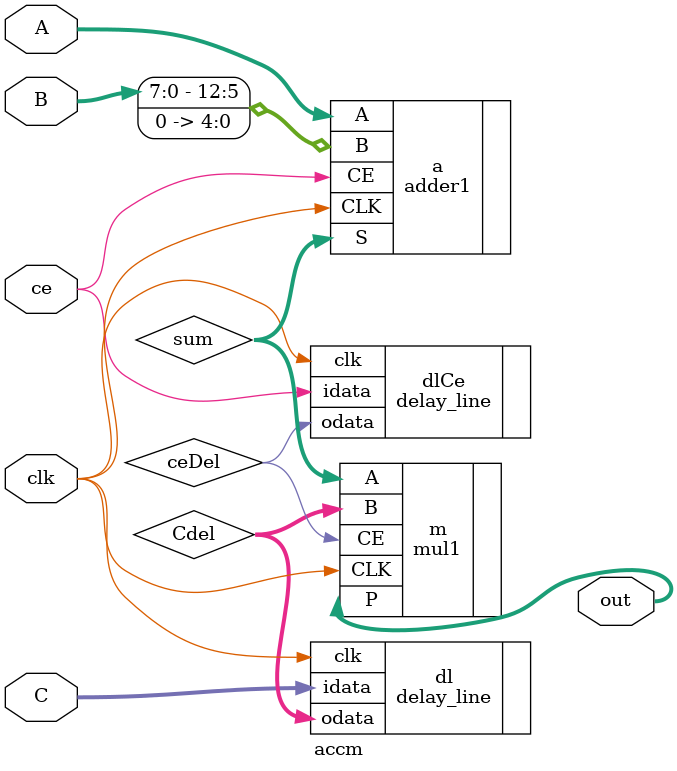
<source format=v>
`timescale 1ns / 1ps


module accm(
    input clk,
    input ce,
    input signed [17:0] A,
    input signed [7:0] B,
    input signed [11:0] C,
    output signed [30:0] out
    );
    
wire signed [18:0] sum;
wire signed [11:0] Cdel;
wire ceDel;
    
adder1 a (
    .A(A),
    .B({B, 5'h00}),
    .CLK(clk),
    .CE(ce),
    .S(sum)
);

delay_line #(
    .N(12),
    .DELAY(2)
) dl (
    .clk(clk),
    .idata(C),
    .odata(Cdel)
);

delay_line #(
    .N(1),
    .DELAY(2)
) dlCe (
    .clk(clk),
    .idata(ce),
    .odata(ceDel)
);

mul1 m (
    .A(sum),
    .B(Cdel),
    .CLK(clk),
    .CE(ceDel),
    .P(out)
);
    
endmodule

</source>
